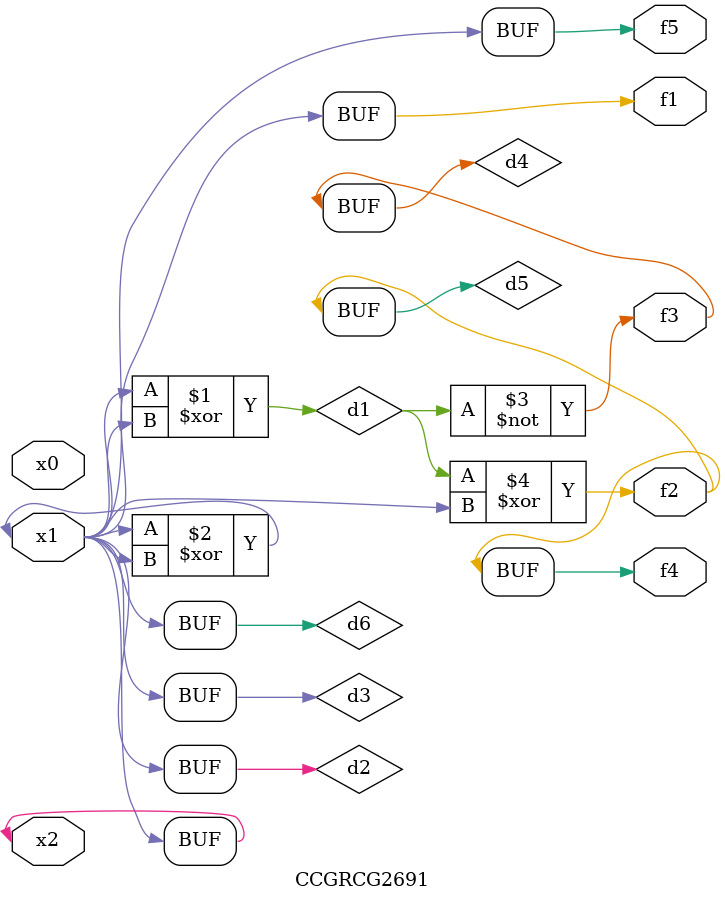
<source format=v>
module CCGRCG2691(
	input x0, x1, x2,
	output f1, f2, f3, f4, f5
);

	wire d1, d2, d3, d4, d5, d6;

	xor (d1, x1, x2);
	buf (d2, x1, x2);
	xor (d3, x1, x2);
	nor (d4, d1);
	xor (d5, d1, d2);
	buf (d6, d2, d3);
	assign f1 = d6;
	assign f2 = d5;
	assign f3 = d4;
	assign f4 = d5;
	assign f5 = d6;
endmodule

</source>
